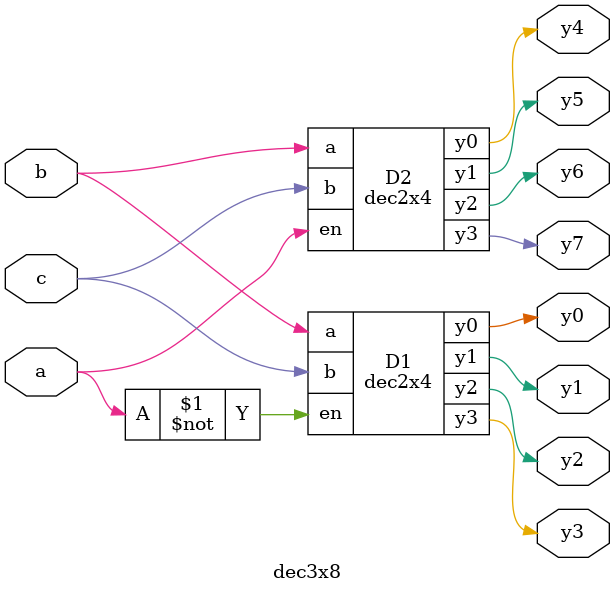
<source format=v>
module dec1x2(a, en, y0, y1);
    input a, en;
    output y0, y1;
    and A1(y0, ~a, en);
    and A2(y1, a, en);
endmodule
module dec2x4(a, b, en, y0, y1, y2, y3);
    input a, b, en;
    output y0, y1, y2, y3;
    wire p, q;
    // p = a'e, q = ae
    dec1x2 D1(a, en, p, q);
    dec1x2 D2(b, p, y0, y1);
    dec1x2 D3(b, q, y2, y3);
endmodule
module dec3x8(a, b, c, y0, y1, y2, y3, y4, y5, y6, y7);
    input a, b, c;
    output y0, y1, y2, y3, y4, y5, y6, y7;
    //ive used a, ~a as enable in 3x8 decoder using 2x4 decoders
    dec2x4 D1(b, c, ~a, y0, y1, y2, y3);    // ~a is enable
    dec2x4 D2(b, c, a, y4, y5, y6, y7);     // a is enable
endmodule


</source>
